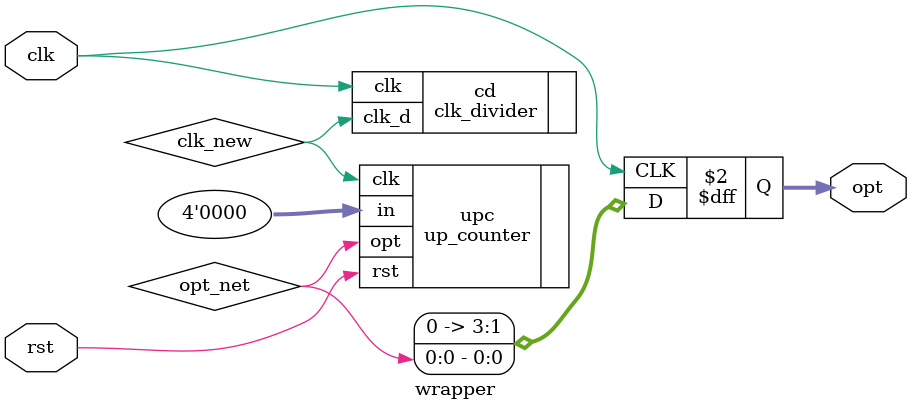
<source format=v>
`timescale 1ns / 1ps
module wrapper(input clk,input rst,output reg[3:0] opt);
	wire opt_net;
	wire clk_new;
	
	always @ (posedge clk) begin
		opt<=opt_net;
	end
	
	clk_divider cd(.clk(clk),.clk_d(clk_new));
	
	up_counter upc(.in(4'b0), .clk(clk_new), .rst(rst), .opt(opt_net));


endmodule


</source>
